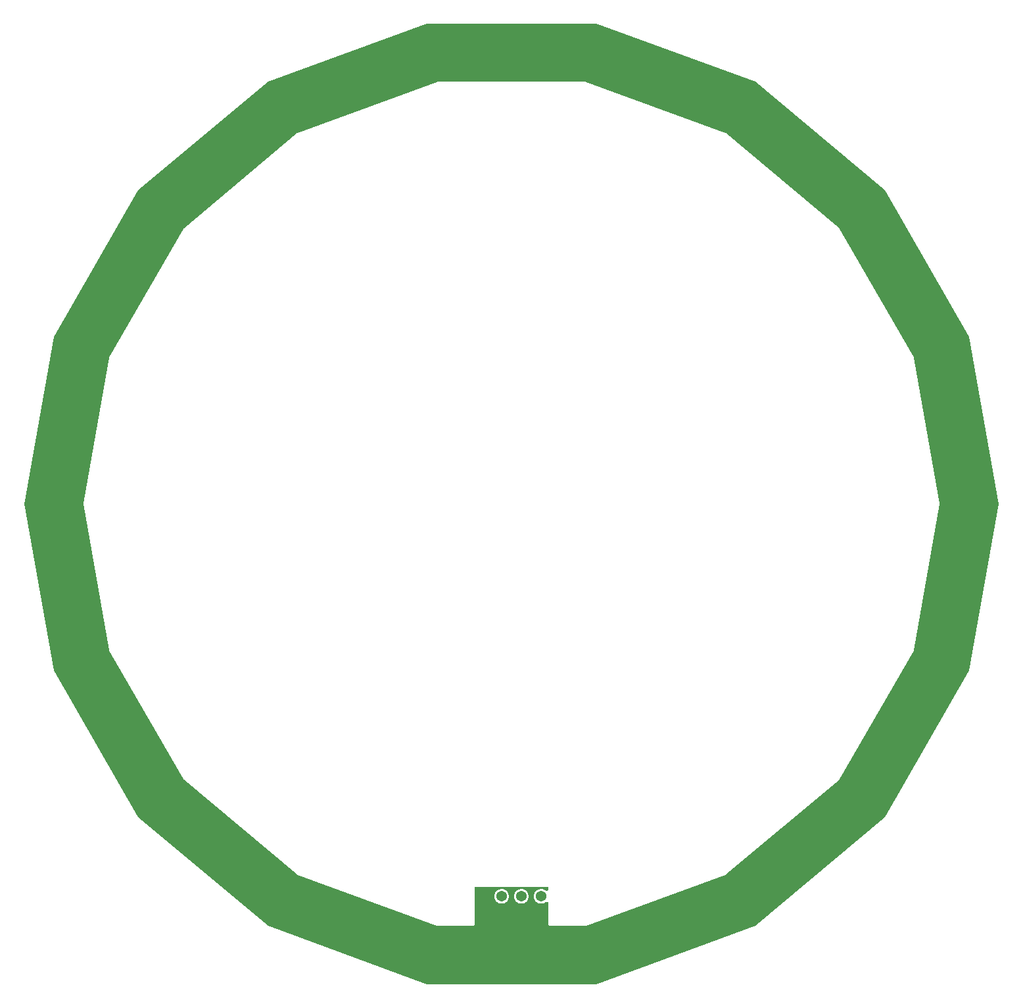
<source format=gbr>
G04*
G04 #@! TF.GenerationSoftware,Altium Limited,Altium Designer,24.5.2 (23)*
G04*
G04 Layer_Physical_Order=2*
G04 Layer_Color=16711680*
%FSLAX44Y44*%
%MOMM*%
G71*
G04*
G04 #@! TF.SameCoordinates,EC07AE21-C10E-4B47-8BBD-F1AFCD56138C*
G04*
G04*
G04 #@! TF.FilePolarity,Positive*
G04*
G01*
G75*
%ADD33C,1.3700*%
%ADD34C,0.4500*%
G36*
X1413685Y1643319D02*
X1580594Y1503266D01*
X1689535Y1314573D01*
X1727370Y1100000D01*
X1689535Y885427D01*
X1580594Y696734D01*
X1413685Y556681D01*
X1208942Y482161D01*
X991058D01*
X786315Y556681D01*
X619406Y696734D01*
X510465Y885427D01*
X472630Y1100000D01*
X510465Y1314573D01*
X619406Y1503266D01*
X786315Y1643319D01*
X991058Y1717839D01*
X1208942D01*
X1413685Y1643319D01*
D02*
G37*
%LPC*%
G36*
X1195292Y1643019D02*
X1004708D01*
X1004267Y1642931D01*
X1003822Y1642863D01*
X824731Y1577679D01*
X824347Y1577445D01*
X823952Y1577229D01*
X677956Y1454724D01*
X677675Y1454373D01*
X677378Y1454035D01*
X582086Y1288984D01*
X581941Y1288558D01*
X581778Y1288139D01*
X548684Y1100450D01*
X548694Y1100000D01*
X548684Y1099550D01*
X581778Y911861D01*
X581941Y911442D01*
X582086Y911016D01*
X677378Y745965D01*
X677675Y745627D01*
X677956Y745276D01*
X823952Y622771D01*
X824347Y622555D01*
X824731Y622321D01*
X1003822Y557137D01*
X1004267Y557069D01*
X1004708Y556981D01*
X1050000D01*
X1050991Y557178D01*
X1051831Y557740D01*
X1052393Y558580D01*
X1052590Y559571D01*
Y606981D01*
X1147410D01*
Y602561D01*
X1144870Y601509D01*
X1143866Y602514D01*
X1141724Y603750D01*
X1139336Y604390D01*
X1136864D01*
X1134476Y603750D01*
X1132334Y602514D01*
X1130586Y600766D01*
X1129350Y598624D01*
X1128710Y596236D01*
Y593764D01*
X1129350Y591376D01*
X1130586Y589234D01*
X1132334Y587486D01*
X1134476Y586250D01*
X1136864Y585610D01*
X1139336D01*
X1141724Y586250D01*
X1143866Y587486D01*
X1144870Y588491D01*
X1147410Y587439D01*
Y559571D01*
X1147607Y558580D01*
X1148169Y557740D01*
X1149009Y557178D01*
X1150000Y556981D01*
X1195292D01*
X1195733Y557069D01*
X1196178Y557137D01*
X1375269Y622321D01*
X1375653Y622555D01*
X1376048Y622771D01*
X1522044Y745276D01*
X1522325Y745627D01*
X1522622Y745965D01*
X1617914Y911016D01*
X1618059Y911442D01*
X1618222Y911861D01*
X1651316Y1099550D01*
X1651306Y1100000D01*
X1651316Y1100450D01*
X1618222Y1288139D01*
X1618059Y1288558D01*
X1617914Y1288984D01*
X1522622Y1454035D01*
X1522325Y1454373D01*
X1522044Y1454724D01*
X1376048Y1577229D01*
X1375653Y1577445D01*
X1375269Y1577679D01*
X1196178Y1642863D01*
X1195733Y1642931D01*
X1195292Y1643019D01*
D02*
G37*
G36*
X1113936Y604390D02*
X1111464D01*
X1109076Y603750D01*
X1106934Y602514D01*
X1105186Y600766D01*
X1103950Y598624D01*
X1103310Y596236D01*
Y593764D01*
X1103950Y591376D01*
X1105186Y589234D01*
X1106934Y587486D01*
X1109076Y586250D01*
X1111464Y585610D01*
X1113936D01*
X1116324Y586250D01*
X1118466Y587486D01*
X1120214Y589234D01*
X1121450Y591376D01*
X1122090Y593764D01*
Y596236D01*
X1121450Y598624D01*
X1120214Y600766D01*
X1118466Y602514D01*
X1116324Y603750D01*
X1113936Y604390D01*
D02*
G37*
G36*
X1088536D02*
X1086064D01*
X1083676Y603750D01*
X1081534Y602514D01*
X1079786Y600766D01*
X1078550Y598624D01*
X1077910Y596236D01*
Y593764D01*
X1078550Y591376D01*
X1079786Y589234D01*
X1081534Y587486D01*
X1083676Y586250D01*
X1086064Y585610D01*
X1088536D01*
X1090924Y586250D01*
X1093066Y587486D01*
X1094814Y589234D01*
X1096050Y591376D01*
X1096690Y593764D01*
Y596236D01*
X1096050Y598624D01*
X1094814Y600766D01*
X1093066Y602514D01*
X1090924Y603750D01*
X1088536Y604390D01*
D02*
G37*
%LPD*%
D33*
X1061900Y595000D02*
D03*
X1138100D02*
D03*
X1112700D02*
D03*
X1087300D02*
D03*
D34*
X755825Y651712D02*
D03*
X883859Y1622209D02*
D03*
X623257Y796462D02*
D03*
X929904Y561032D02*
D03*
X718288Y1516791D02*
D03*
X598757Y1361102D02*
D03*
X1651808Y1222177D02*
D03*
X1576743Y1403538D02*
D03*
X1444176Y1548288D02*
D03*
X1075500Y1664640D02*
D03*
X548193Y977823D02*
D03*
X539684Y1173921D02*
D03*
X1270096Y1638968D02*
D03*
X1660316Y1026079D02*
D03*
X1124500Y535360D02*
D03*
X1316141Y577791D02*
D03*
X1481712Y683209D02*
D03*
X1601243Y838898D02*
D03*
M02*

</source>
